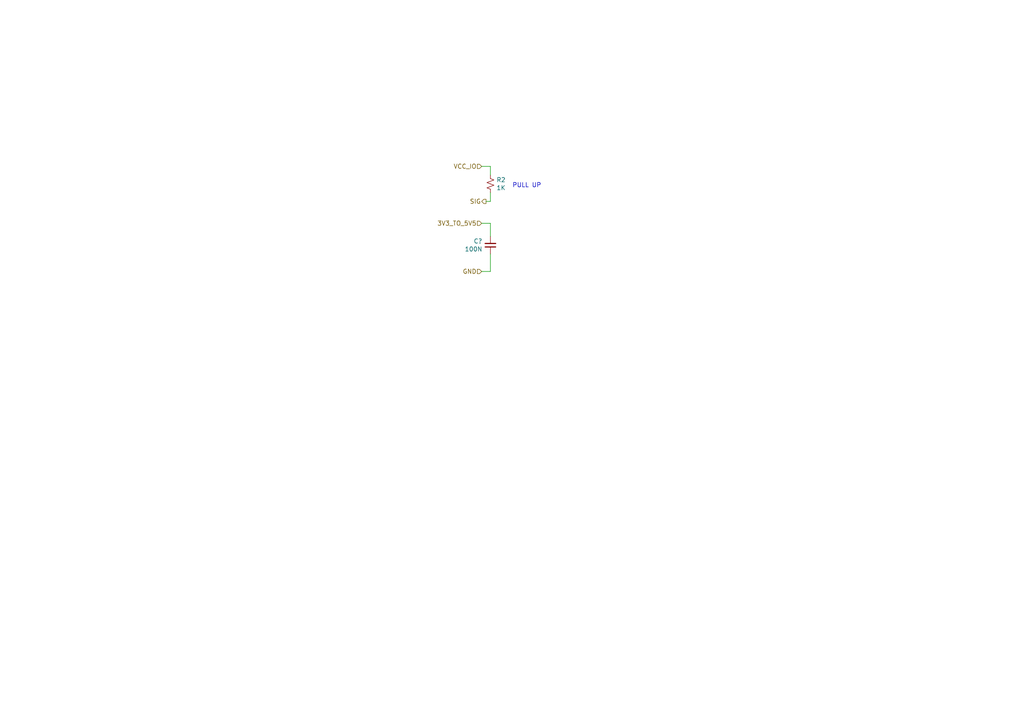
<source format=kicad_sch>
(kicad_sch (version 20211123) (generator eeschema)
  (paper "A4")
  (lib_symbols
    (symbol "Device:C_Small" (pin_numbers hide) (pin_names (offset 0.254) hide)
      (property "Reference" "C" (at 0.254 1.778 0))
      (property "Value" "C_Small" (at 0.254 -2.032 0))
      (symbol "C_Small_0_1"
        (polyline (pts (xy -1.524 -0.508) (xy 1.524 -0.508)) (stroke (width 0.3302)))
        (polyline (pts (xy -1.524 0.508) (xy 1.524 0.508)) (stroke (width 0.3048)))
      )
      (symbol "C_Small_1_1"
        (pin passive line (at 0 2.54 270) (length 2.032) (name "~") (number "1"))
        (pin passive line (at 0 -2.54 90) (length 2.032) (name "~") (number "2"))
      )
    )
    (symbol "Device:R_Small_US" (pin_numbers hide) (pin_names (offset 0.254) hide)
      (property "Reference" "R" (at 0.762 0.508 0))
      (property "Value" "R_Small_US" (at 0.762 -1.016 0))
      (symbol "R_Small_US_1_1"
        (polyline (pts (xy 0 0) (xy 1.016 -0.381) (xy 0 -0.762) (xy -1.016 -1.143) (xy 0 -1.524)))
        (polyline (pts (xy 0 1.524) (xy 1.016 1.143) (xy 0 0.762) (xy -1.016 0.381) (xy 0 0)))
        (pin passive line (at 0 2.54 270) (length 1.016) (name "~") (number "1"))
        (pin passive line (at 0 -2.54 90) (length 1.016) (name "~") (number "2"))
      )
    )
  )
  (wire (pts (xy 142.24 48.26) (xy 142.24 50.8)))
  (wire (pts (xy 142.24 78.74) (xy 142.24 73.66)))
  (wire (pts (xy 139.7 78.74) (xy 142.24 78.74)))
  (wire (pts (xy 139.7 48.26) (xy 142.24 48.26)))
  (wire (pts (xy 142.24 64.77) (xy 142.24 68.58)))
  (wire (pts (xy 139.7 64.77) (xy 142.24 64.77)))
  (wire (pts (xy 142.24 58.42) (xy 142.24 55.88)))
  (wire (pts (xy 140.97 58.42) (xy 142.24 58.42)))
  (text "PULL UP" (at 148.59 54.61 0) (effects (font (size 1.27 1.27)) (justify left bottom)))
  (hierarchical_label "3V3_TO_5V5" (shape input) (at 139.7 64.77 180))
  (hierarchical_label "GND" (shape input) (at 139.7 78.74 180))
  (hierarchical_label "SIG" (shape output) (at 140.97 58.42 180))
  (hierarchical_label "VCC_IO" (shape input) (at 139.7 48.26 180))
  (symbol (lib_id "Device:C_Small") (at 142.24 71.12 0) (mirror x) (unit 1)
    (property "Reference" "C?" (at 139.9286 69.9516 0) (effects (justify right)))
    (property "Value" "100N" (at 139.9286 72.263 0) (effects (justify right)))
    (property "Footprint" "Capacitor_SMD:C_0603_1608Metric" (effects hide))
  )
  (symbol (lib_id "Device:R_Small_US") (at 142.24 53.34 180) (unit 1)
    (property "Reference" "R2" (at 143.9672 52.1716 0) (effects (justify right)))
    (property "Value" "1K" (at 143.9672 54.483 0) (effects (justify right)))
  )
)
</source>
